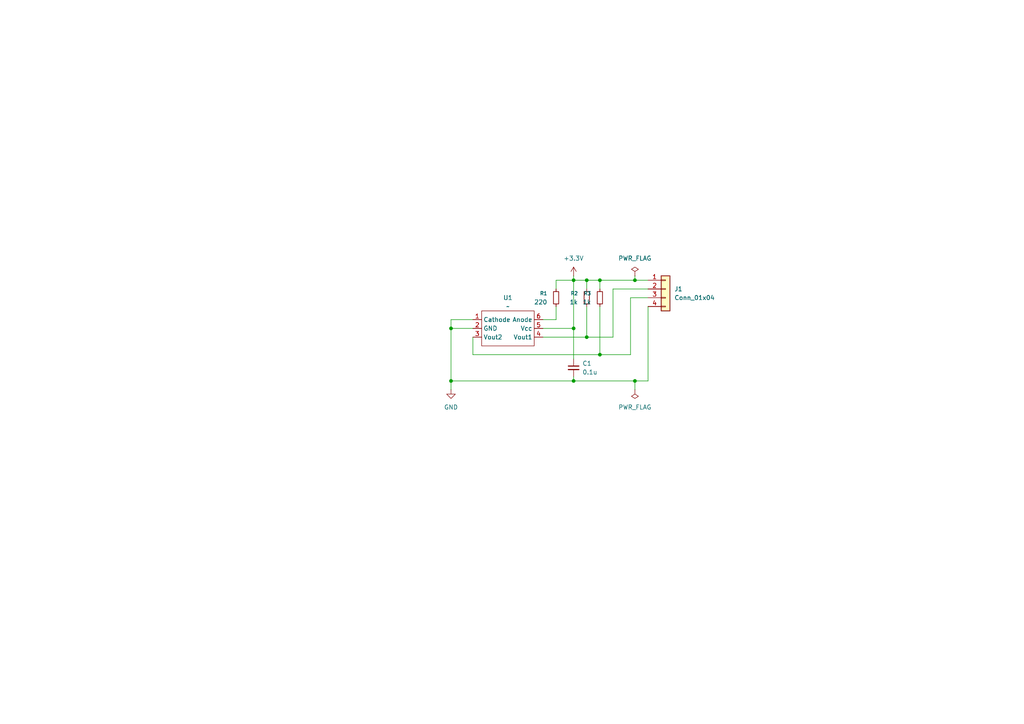
<source format=kicad_sch>
(kicad_sch (version 20250114) (generator "eeschema") (generator_version "9.0")
  (paper "A4")
  (lib_symbols
    (symbol "Connector_Generic:Conn_01x04" (pin_names (offset 1.016) (hide yes))
      (property "Reference" "J" (at 0 5.08 0))
      (property "Value" "Conn_01x04" (at 0 -7.62 0))
      (symbol "Conn_01x04_1_1"
        (rectangle (start -1.27 3.81) (end 1.27 -6.35) (stroke (width 0.254)) (fill (type background)))
        (rectangle (start -1.27 2.667) (end 0 2.413) (stroke (width 0.1524)))
        (rectangle (start -1.27 0.127) (end 0 -0.127) (stroke (width 0.1524)))
        (rectangle (start -1.27 -2.413) (end 0 -2.667) (stroke (width 0.1524)))
        (rectangle (start -1.27 -4.953) (end 0 -5.207) (stroke (width 0.1524)))
        (pin passive line (at -5.08 2.54 0) (length 3.81) (name "Pin_1") (number "1"))
        (pin passive line (at -5.08 0 0) (length 3.81) (name "Pin_2") (number "2"))
        (pin passive line (at -5.08 -2.54 0) (length 3.81) (name "Pin_3") (number "3"))
        (pin passive line (at -5.08 -5.08 0) (length 3.81) (name "Pin_4") (number "4"))
      )
    )
    (symbol "Device:C_Small" (pin_numbers (hide yes)) (pin_names (offset 0.254) (hide yes))
      (property "Reference" "C" (at 0.254 1.778 0))
      (property "Value" "C_Small" (at 0.254 -2.032 0))
      (symbol "C_Small_0_1"
        (polyline (pts (xy -1.524 0.508) (xy 1.524 0.508)) (stroke (width 0.3048)))
        (polyline (pts (xy -1.524 -0.508) (xy 1.524 -0.508)) (stroke (width 0.3302)))
      )
      (symbol "C_Small_1_1"
        (pin passive line (at 0 2.54 270) (length 2.032) (name "~") (number "1"))
        (pin passive line (at 0 -2.54 90) (length 2.032) (name "~") (number "2"))
      )
    )
    (symbol "Device:R_Small" (pin_numbers (hide yes)) (pin_names (offset 0.254) (hide yes))
      (property "Reference" "R" (at 0 0 90))
      (property "Value" "R_Small" (at 1.778 0 90))
      (symbol "R_Small_0_1"
        (rectangle (start -0.762 1.778) (end 0.762 -1.778) (stroke (width 0.2032)))
      )
      (symbol "R_Small_1_1"
        (pin passive line (at 0 2.54 270) (length 0.762) (name "~") (number "1"))
        (pin passive line (at 0 -2.54 90) (length 0.762) (name "~") (number "2"))
      )
    )
    (symbol "mylib:NJL5820R"
      (property "Reference" "U" (at 0 6.858 0))
      (symbol "NJL5820R_0_1"
        (rectangle (start -7.62 5.08) (end 7.62 -5.08))
      )
      (symbol "NJL5820R_1_1"
        (pin passive line (at -10.16 2.54 0) (length 2.54) (name "Cathode") (number "1"))
        (pin passive line (at -10.16 0 0) (length 2.54) (name "GND") (number "2"))
        (pin passive line (at -10.16 -2.54 0) (length 2.54) (name "Vout2") (number "3"))
        (pin passive line (at 10.16 2.54 180) (length 2.54) (name "Anode") (number "6"))
        (pin passive line (at 10.16 0 180) (length 2.54) (name "Vcc") (number "5"))
        (pin passive line (at 10.16 -2.54 180) (length 2.54) (name "Vout1") (number "4"))
      )
    )
    (symbol "power:+3.3V" (power) (pin_numbers (hide yes)) (pin_names (offset 0) (hide yes))
      (property "Value" "+3.3V" (at 0 3.556 0))
      (symbol "+3.3V_0_1"
        (polyline (pts (xy -0.762 1.27) (xy 0 2.54)))
        (polyline (pts (xy 0 2.54) (xy 0.762 1.27)))
        (polyline (pts (xy 0 0) (xy 0 2.54)))
      )
      (symbol "+3.3V_1_1"
        (pin power_in line (at 0 0 90) (length 0) (name "~") (number "1"))
      )
    )
    (symbol "power:GND" (power) (pin_numbers (hide yes)) (pin_names (offset 0) (hide yes))
      (property "Value" "GND" (at 0 -3.81 0))
      (symbol "GND_0_1"
        (polyline (pts (xy 0 0) (xy 0 -1.27) (xy 1.27 -1.27) (xy 0 -2.54) (xy -1.27 -1.27) (xy 0 -1.27)))
      )
      (symbol "GND_1_1"
        (pin power_in line (at 0 0 270) (length 0) (name "~") (number "1"))
      )
    )
    (symbol "power:PWR_FLAG" (power) (pin_numbers (hide yes)) (pin_names (offset 0) (hide yes))
      (property "Value" "PWR_FLAG" (at 0 3.81 0))
      (symbol "PWR_FLAG_0_0"
        (pin power_out line (at 0 0 90) (length 0) (name "~") (number "1"))
      )
      (symbol "PWR_FLAG_0_1"
        (polyline (pts (xy 0 0) (xy 0 1.27) (xy -1.016 1.905) (xy 0 2.54) (xy 1.016 1.905) (xy 0 1.27)))
      )
    )
  )
  (junction (at 173.99 102.87))
  (junction (at 184.15 110.49))
  (junction (at 173.99 81.28))
  (junction (at 170.18 81.28))
  (junction (at 166.37 95.25))
  (junction (at 130.81 110.49))
  (junction (at 166.37 110.49))
  (junction (at 170.18 97.79))
  (junction (at 130.81 95.25))
  (junction (at 184.15 81.28))
  (junction (at 166.37 81.28))
  (wire (pts (xy 173.99 88.9) (xy 173.99 102.87)))
  (wire (pts (xy 177.8 97.79) (xy 177.8 83.82)))
  (wire (pts (xy 130.81 92.71) (xy 130.81 95.25)))
  (wire (pts (xy 137.16 92.71) (xy 130.81 92.71)))
  (wire (pts (xy 166.37 80.01) (xy 166.37 81.28)))
  (wire (pts (xy 170.18 81.28) (xy 170.18 83.82)))
  (wire (pts (xy 166.37 81.28) (xy 170.18 81.28)))
  (wire (pts (xy 182.88 102.87) (xy 182.88 86.36)))
  (wire (pts (xy 184.15 110.49) (xy 166.37 110.49)))
  (wire (pts (xy 173.99 102.87) (xy 182.88 102.87)))
  (wire (pts (xy 182.88 86.36) (xy 187.96 86.36)))
  (wire (pts (xy 130.81 110.49) (xy 130.81 95.25)))
  (wire (pts (xy 173.99 81.28) (xy 184.15 81.28)))
  (wire (pts (xy 187.96 110.49) (xy 184.15 110.49)))
  (wire (pts (xy 166.37 81.28) (xy 166.37 95.25)))
  (wire (pts (xy 170.18 97.79) (xy 177.8 97.79)))
  (wire (pts (xy 137.16 97.79) (xy 137.16 102.87)))
  (wire (pts (xy 130.81 113.03) (xy 130.81 110.49)))
  (wire (pts (xy 157.48 95.25) (xy 166.37 95.25)))
  (wire (pts (xy 177.8 83.82) (xy 187.96 83.82)))
  (wire (pts (xy 137.16 102.87) (xy 173.99 102.87)))
  (wire (pts (xy 161.29 92.71) (xy 157.48 92.71)))
  (wire (pts (xy 184.15 110.49) (xy 184.15 113.03)))
  (wire (pts (xy 166.37 110.49) (xy 130.81 110.49)))
  (wire (pts (xy 170.18 88.9) (xy 170.18 97.79)))
  (wire (pts (xy 184.15 81.28) (xy 187.96 81.28)))
  (wire (pts (xy 173.99 81.28) (xy 173.99 83.82)))
  (wire (pts (xy 184.15 80.01) (xy 184.15 81.28)))
  (wire (pts (xy 166.37 95.25) (xy 166.37 104.14)))
  (wire (pts (xy 170.18 81.28) (xy 173.99 81.28)))
  (wire (pts (xy 187.96 88.9) (xy 187.96 110.49)))
  (wire (pts (xy 166.37 109.22) (xy 166.37 110.49)))
  (wire (pts (xy 161.29 81.28) (xy 166.37 81.28)))
  (wire (pts (xy 161.29 88.9) (xy 161.29 92.71)))
  (wire (pts (xy 157.48 97.79) (xy 170.18 97.79)))
  (wire (pts (xy 130.81 95.25) (xy 137.16 95.25)))
  (wire (pts (xy 161.29 83.82) (xy 161.29 81.28)))
  (symbol (lib_id "Device:R_Small") (at 161.29 86.36 0) (unit 1)
    (property "Reference" "R1" (at 158.75 85.0899 0) (effects (font (size 1.016 1.016)) (justify right)))
    (property "Value" "220" (at 158.75 87.6299 0) (effects (justify right)))
    (property "Footprint" "Resistor_SMD:R_0603_1608Metric_Pad0.98x0.95mm_HandSolder" (effects (hide yes)))
    (property "Description" "Resistor, small symbol" (effects (hide yes)))
  )
  (symbol (lib_id "power:PWR_FLAG") (at 184.15 113.03 180) (unit 1)
    (property "Reference" "#FLG02" (effects (hide yes)))
    (property "Value" "PWR_FLAG" (at 184.15 118.11 0))
    (property "Description" "Special symbol for telling ERC where power comes from" (effects (hide yes)))
  )
  (symbol (lib_id "mylib:NJL5820R") (at 147.32 95.25 0) (unit 1)
    (property "Reference" "U1" (at 147.32 86.36 0))
    (property "Value" "~" (at 147.32 88.9 0))
    (property "Footprint" "mylib:NJL5820R" (effects (hide yes)))
  )
  (symbol (lib_id "power:GND") (at 130.81 113.03 0) (unit 1)
    (property "Reference" "#PWR02" (effects (hide yes)))
    (property "Value" "GND" (at 130.81 118.11 0))
    (property "Description" "Power symbol creates a global label with name \"GND\" , ground" (effects (hide yes)))
  )
  (symbol (lib_id "Connector_Generic:Conn_01x04") (at 193.04 83.82 0) (unit 1)
    (property "Reference" "J1" (at 195.58 83.8199 0) (effects (justify left)))
    (property "Value" "Conn_01x04" (at 195.58 86.3599 0) (effects (justify left)))
    (property "Footprint" "Connector_PinHeader_2.54mm:PinHeader_1x04_P2.54mm_Vertical" (effects (hide yes)))
    (property "Description" "Generic connector, single row, 01x04, script generated (kicad-library-utils/schlib/autogen/connector/)" (effects (hide yes)))
  )
  (symbol (lib_id "Device:C_Small") (at 166.37 106.68 0) (unit 1)
    (property "Reference" "C1" (at 168.91 105.4162 0) (effects (justify left)))
    (property "Value" "0.1u" (at 168.91 107.9562 0) (effects (justify left)))
    (property "Footprint" "Capacitor_SMD:C_0603_1608Metric_Pad1.08x0.95mm_HandSolder" (effects (hide yes)))
    (property "Description" "Unpolarized capacitor, small symbol" (effects (hide yes)))
  )
  (symbol (lib_id "Device:R_Small") (at 170.18 86.36 0) (unit 1)
    (property "Reference" "R2" (at 167.64 85.0899 0) (effects (font (size 1.016 1.016)) (justify right)))
    (property "Value" "1k" (at 167.64 87.6299 0) (effects (justify right)))
    (property "Footprint" "Resistor_SMD:R_0603_1608Metric_Pad0.98x0.95mm_HandSolder" (effects (hide yes)))
    (property "Description" "Resistor, small symbol" (effects (hide yes)))
  )
  (symbol (lib_id "power:+3.3V") (at 166.37 80.01 0) (unit 1)
    (property "Reference" "#PWR01" (effects (hide yes)))
    (property "Value" "+3.3V" (at 166.37 74.93 0))
    (property "Description" "Power symbol creates a global label with name \"+3.3V\"" (effects (hide yes)))
  )
  (symbol (lib_id "Device:R_Small") (at 173.99 86.36 0) (unit 1)
    (property "Reference" "R3" (at 171.45 85.0899 0) (effects (font (size 1.016 1.016)) (justify right)))
    (property "Value" "1k" (at 171.45 87.6299 0) (effects (justify right)))
    (property "Footprint" "Resistor_SMD:R_0603_1608Metric_Pad0.98x0.95mm_HandSolder" (effects (hide yes)))
    (property "Description" "Resistor, small symbol" (effects (hide yes)))
  )
  (symbol (lib_id "power:PWR_FLAG") (at 184.15 80.01 0) (unit 1)
    (property "Reference" "#FLG01" (effects (hide yes)))
    (property "Value" "PWR_FLAG" (at 184.15 74.93 0))
    (property "Description" "Special symbol for telling ERC where power comes from" (effects (hide yes)))
  )
)
</source>
